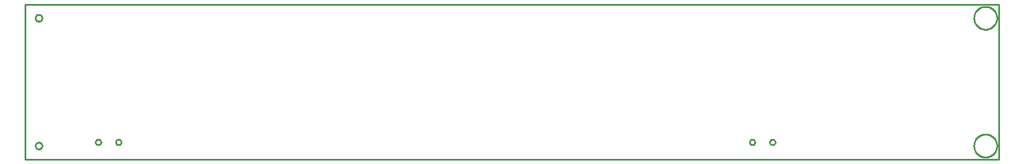
<source format=gbr>
G04 EAGLE Gerber X2 export*
%TF.Part,Single*%
%TF.FileFunction,Profile,NP*%
%TF.FilePolarity,Positive*%
%TF.GenerationSoftware,Autodesk,EAGLE,9.1.3*%
%TF.CreationDate,2019-10-04T04:58:18Z*%
G75*
%MOMM*%
%FSLAX34Y34*%
%LPD*%
%AMOC8*
5,1,8,0,0,1.08239X$1,22.5*%
G01*
%ADD10C,0.254000*%


D10*
X0Y0D02*
X1442700Y0D01*
X1442700Y230000D01*
X0Y230000D01*
X0Y0D01*
X25000Y209719D02*
X24937Y209161D01*
X24812Y208614D01*
X24627Y208084D01*
X24383Y207578D01*
X24084Y207102D01*
X23734Y206663D01*
X23337Y206266D01*
X22898Y205916D01*
X22422Y205617D01*
X21916Y205373D01*
X21386Y205188D01*
X20839Y205063D01*
X20281Y205000D01*
X19719Y205000D01*
X19161Y205063D01*
X18614Y205188D01*
X18084Y205373D01*
X17578Y205617D01*
X17102Y205916D01*
X16663Y206266D01*
X16266Y206663D01*
X15916Y207102D01*
X15617Y207578D01*
X15373Y208084D01*
X15188Y208614D01*
X15063Y209161D01*
X15000Y209719D01*
X15000Y210281D01*
X15063Y210839D01*
X15188Y211386D01*
X15373Y211916D01*
X15617Y212422D01*
X15916Y212898D01*
X16266Y213337D01*
X16663Y213734D01*
X17102Y214084D01*
X17578Y214383D01*
X18084Y214627D01*
X18614Y214812D01*
X19161Y214937D01*
X19719Y215000D01*
X20281Y215000D01*
X20839Y214937D01*
X21386Y214812D01*
X21916Y214627D01*
X22422Y214383D01*
X22898Y214084D01*
X23337Y213734D01*
X23734Y213337D01*
X24084Y212898D01*
X24383Y212422D01*
X24627Y211916D01*
X24812Y211386D01*
X24937Y210839D01*
X25000Y210281D01*
X25000Y209719D01*
X25000Y19719D02*
X24937Y19161D01*
X24812Y18614D01*
X24627Y18084D01*
X24383Y17578D01*
X24084Y17102D01*
X23734Y16663D01*
X23337Y16266D01*
X22898Y15916D01*
X22422Y15617D01*
X21916Y15373D01*
X21386Y15188D01*
X20839Y15063D01*
X20281Y15000D01*
X19719Y15000D01*
X19161Y15063D01*
X18614Y15188D01*
X18084Y15373D01*
X17578Y15617D01*
X17102Y15916D01*
X16663Y16266D01*
X16266Y16663D01*
X15916Y17102D01*
X15617Y17578D01*
X15373Y18084D01*
X15188Y18614D01*
X15063Y19161D01*
X15000Y19719D01*
X15000Y20281D01*
X15063Y20839D01*
X15188Y21386D01*
X15373Y21916D01*
X15617Y22422D01*
X15916Y22898D01*
X16266Y23337D01*
X16663Y23734D01*
X17102Y24084D01*
X17578Y24383D01*
X18084Y24627D01*
X18614Y24812D01*
X19161Y24937D01*
X19719Y25000D01*
X20281Y25000D01*
X20839Y24937D01*
X21386Y24812D01*
X21916Y24627D01*
X22422Y24383D01*
X22898Y24084D01*
X23337Y23734D01*
X23734Y23337D01*
X24084Y22898D01*
X24383Y22422D01*
X24627Y21916D01*
X24812Y21386D01*
X24937Y20839D01*
X25000Y20281D01*
X25000Y19719D01*
X1439700Y19443D02*
X1439627Y18333D01*
X1439482Y17229D01*
X1439265Y16138D01*
X1438977Y15063D01*
X1438619Y14009D01*
X1438193Y12980D01*
X1437701Y11982D01*
X1437144Y11018D01*
X1436526Y10093D01*
X1435848Y9210D01*
X1435114Y8373D01*
X1434327Y7586D01*
X1433490Y6852D01*
X1432607Y6174D01*
X1431682Y5556D01*
X1430718Y4999D01*
X1429720Y4507D01*
X1428691Y4081D01*
X1427637Y3723D01*
X1426562Y3435D01*
X1425471Y3218D01*
X1424367Y3073D01*
X1423257Y3000D01*
X1422143Y3000D01*
X1421033Y3073D01*
X1419929Y3218D01*
X1418838Y3435D01*
X1417763Y3723D01*
X1416709Y4081D01*
X1415680Y4507D01*
X1414682Y4999D01*
X1413718Y5556D01*
X1412793Y6174D01*
X1411910Y6852D01*
X1411073Y7586D01*
X1410286Y8373D01*
X1409552Y9210D01*
X1408874Y10093D01*
X1408256Y11018D01*
X1407699Y11982D01*
X1407207Y12980D01*
X1406781Y14009D01*
X1406423Y15063D01*
X1406135Y16138D01*
X1405918Y17229D01*
X1405773Y18333D01*
X1405700Y19443D01*
X1405700Y20557D01*
X1405773Y21667D01*
X1405918Y22771D01*
X1406135Y23862D01*
X1406423Y24937D01*
X1406781Y25991D01*
X1407207Y27020D01*
X1407699Y28018D01*
X1408256Y28982D01*
X1408874Y29907D01*
X1409552Y30790D01*
X1410286Y31627D01*
X1411073Y32414D01*
X1411910Y33148D01*
X1412793Y33826D01*
X1413718Y34444D01*
X1414682Y35001D01*
X1415680Y35493D01*
X1416709Y35919D01*
X1417763Y36277D01*
X1418838Y36565D01*
X1419929Y36782D01*
X1421033Y36927D01*
X1422143Y37000D01*
X1423257Y37000D01*
X1424367Y36927D01*
X1425471Y36782D01*
X1426562Y36565D01*
X1427637Y36277D01*
X1428691Y35919D01*
X1429720Y35493D01*
X1430718Y35001D01*
X1431682Y34444D01*
X1432607Y33826D01*
X1433490Y33148D01*
X1434327Y32414D01*
X1435114Y31627D01*
X1435848Y30790D01*
X1436526Y29907D01*
X1437144Y28982D01*
X1437701Y28018D01*
X1438193Y27020D01*
X1438619Y25991D01*
X1438977Y24937D01*
X1439265Y23862D01*
X1439482Y22771D01*
X1439627Y21667D01*
X1439700Y20557D01*
X1439700Y19443D01*
X1439700Y209443D02*
X1439627Y208333D01*
X1439482Y207229D01*
X1439265Y206138D01*
X1438977Y205063D01*
X1438619Y204009D01*
X1438193Y202980D01*
X1437701Y201982D01*
X1437144Y201018D01*
X1436526Y200093D01*
X1435848Y199210D01*
X1435114Y198373D01*
X1434327Y197586D01*
X1433490Y196852D01*
X1432607Y196174D01*
X1431682Y195556D01*
X1430718Y194999D01*
X1429720Y194507D01*
X1428691Y194081D01*
X1427637Y193723D01*
X1426562Y193435D01*
X1425471Y193218D01*
X1424367Y193073D01*
X1423257Y193000D01*
X1422143Y193000D01*
X1421033Y193073D01*
X1419929Y193218D01*
X1418838Y193435D01*
X1417763Y193723D01*
X1416709Y194081D01*
X1415680Y194507D01*
X1414682Y194999D01*
X1413718Y195556D01*
X1412793Y196174D01*
X1411910Y196852D01*
X1411073Y197586D01*
X1410286Y198373D01*
X1409552Y199210D01*
X1408874Y200093D01*
X1408256Y201018D01*
X1407699Y201982D01*
X1407207Y202980D01*
X1406781Y204009D01*
X1406423Y205063D01*
X1406135Y206138D01*
X1405918Y207229D01*
X1405773Y208333D01*
X1405700Y209443D01*
X1405700Y210557D01*
X1405773Y211667D01*
X1405918Y212771D01*
X1406135Y213862D01*
X1406423Y214937D01*
X1406781Y215991D01*
X1407207Y217020D01*
X1407699Y218018D01*
X1408256Y218982D01*
X1408874Y219907D01*
X1409552Y220790D01*
X1410286Y221627D01*
X1411073Y222414D01*
X1411910Y223148D01*
X1412793Y223826D01*
X1413718Y224444D01*
X1414682Y225001D01*
X1415680Y225493D01*
X1416709Y225919D01*
X1417763Y226277D01*
X1418838Y226565D01*
X1419929Y226782D01*
X1421033Y226927D01*
X1422143Y227000D01*
X1423257Y227000D01*
X1424367Y226927D01*
X1425471Y226782D01*
X1426562Y226565D01*
X1427637Y226277D01*
X1428691Y225919D01*
X1429720Y225493D01*
X1430718Y225001D01*
X1431682Y224444D01*
X1432607Y223826D01*
X1433490Y223148D01*
X1434327Y222414D01*
X1435114Y221627D01*
X1435848Y220790D01*
X1436526Y219907D01*
X1437144Y218982D01*
X1437701Y218018D01*
X1438193Y217020D01*
X1438619Y215991D01*
X1438977Y214937D01*
X1439265Y213862D01*
X1439482Y212771D01*
X1439627Y211667D01*
X1439700Y210557D01*
X1439700Y209443D01*
X112190Y25138D02*
X112122Y24618D01*
X111986Y24111D01*
X111785Y23627D01*
X111523Y23173D01*
X111204Y22757D01*
X110833Y22386D01*
X110417Y22067D01*
X109963Y21805D01*
X109479Y21604D01*
X108972Y21468D01*
X108452Y21400D01*
X107928Y21400D01*
X107408Y21468D01*
X106901Y21604D01*
X106417Y21805D01*
X105963Y22067D01*
X105547Y22386D01*
X105176Y22757D01*
X104857Y23173D01*
X104595Y23627D01*
X104394Y24111D01*
X104258Y24618D01*
X104190Y25138D01*
X104190Y25662D01*
X104258Y26182D01*
X104394Y26689D01*
X104595Y27173D01*
X104857Y27627D01*
X105176Y28043D01*
X105547Y28414D01*
X105963Y28733D01*
X106417Y28995D01*
X106901Y29196D01*
X107408Y29332D01*
X107928Y29400D01*
X108452Y29400D01*
X108972Y29332D01*
X109479Y29196D01*
X109963Y28995D01*
X110417Y28733D01*
X110833Y28414D01*
X111204Y28043D01*
X111523Y27627D01*
X111785Y27173D01*
X111986Y26689D01*
X112122Y26182D01*
X112190Y25662D01*
X112190Y25138D01*
X142190Y25138D02*
X142122Y24618D01*
X141986Y24111D01*
X141785Y23627D01*
X141523Y23173D01*
X141204Y22757D01*
X140833Y22386D01*
X140417Y22067D01*
X139963Y21805D01*
X139479Y21604D01*
X138972Y21468D01*
X138452Y21400D01*
X137928Y21400D01*
X137408Y21468D01*
X136901Y21604D01*
X136417Y21805D01*
X135963Y22067D01*
X135547Y22386D01*
X135176Y22757D01*
X134857Y23173D01*
X134595Y23627D01*
X134394Y24111D01*
X134258Y24618D01*
X134190Y25138D01*
X134190Y25662D01*
X134258Y26182D01*
X134394Y26689D01*
X134595Y27173D01*
X134857Y27627D01*
X135176Y28043D01*
X135547Y28414D01*
X135963Y28733D01*
X136417Y28995D01*
X136901Y29196D01*
X137408Y29332D01*
X137928Y29400D01*
X138452Y29400D01*
X138972Y29332D01*
X139479Y29196D01*
X139963Y28995D01*
X140417Y28733D01*
X140833Y28414D01*
X141204Y28043D01*
X141523Y27627D01*
X141785Y27173D01*
X141986Y26689D01*
X142122Y26182D01*
X142190Y25662D01*
X142190Y25138D01*
X1081200Y25138D02*
X1081132Y24618D01*
X1080996Y24111D01*
X1080795Y23627D01*
X1080533Y23173D01*
X1080214Y22757D01*
X1079843Y22386D01*
X1079427Y22067D01*
X1078973Y21805D01*
X1078489Y21604D01*
X1077982Y21468D01*
X1077462Y21400D01*
X1076938Y21400D01*
X1076418Y21468D01*
X1075911Y21604D01*
X1075427Y21805D01*
X1074973Y22067D01*
X1074557Y22386D01*
X1074186Y22757D01*
X1073867Y23173D01*
X1073605Y23627D01*
X1073404Y24111D01*
X1073268Y24618D01*
X1073200Y25138D01*
X1073200Y25662D01*
X1073268Y26182D01*
X1073404Y26689D01*
X1073605Y27173D01*
X1073867Y27627D01*
X1074186Y28043D01*
X1074557Y28414D01*
X1074973Y28733D01*
X1075427Y28995D01*
X1075911Y29196D01*
X1076418Y29332D01*
X1076938Y29400D01*
X1077462Y29400D01*
X1077982Y29332D01*
X1078489Y29196D01*
X1078973Y28995D01*
X1079427Y28733D01*
X1079843Y28414D01*
X1080214Y28043D01*
X1080533Y27627D01*
X1080795Y27173D01*
X1080996Y26689D01*
X1081132Y26182D01*
X1081200Y25662D01*
X1081200Y25138D01*
X1111200Y25138D02*
X1111132Y24618D01*
X1110996Y24111D01*
X1110795Y23627D01*
X1110533Y23173D01*
X1110214Y22757D01*
X1109843Y22386D01*
X1109427Y22067D01*
X1108973Y21805D01*
X1108489Y21604D01*
X1107982Y21468D01*
X1107462Y21400D01*
X1106938Y21400D01*
X1106418Y21468D01*
X1105911Y21604D01*
X1105427Y21805D01*
X1104973Y22067D01*
X1104557Y22386D01*
X1104186Y22757D01*
X1103867Y23173D01*
X1103605Y23627D01*
X1103404Y24111D01*
X1103268Y24618D01*
X1103200Y25138D01*
X1103200Y25662D01*
X1103268Y26182D01*
X1103404Y26689D01*
X1103605Y27173D01*
X1103867Y27627D01*
X1104186Y28043D01*
X1104557Y28414D01*
X1104973Y28733D01*
X1105427Y28995D01*
X1105911Y29196D01*
X1106418Y29332D01*
X1106938Y29400D01*
X1107462Y29400D01*
X1107982Y29332D01*
X1108489Y29196D01*
X1108973Y28995D01*
X1109427Y28733D01*
X1109843Y28414D01*
X1110214Y28043D01*
X1110533Y27627D01*
X1110795Y27173D01*
X1110996Y26689D01*
X1111132Y26182D01*
X1111200Y25662D01*
X1111200Y25138D01*
M02*

</source>
